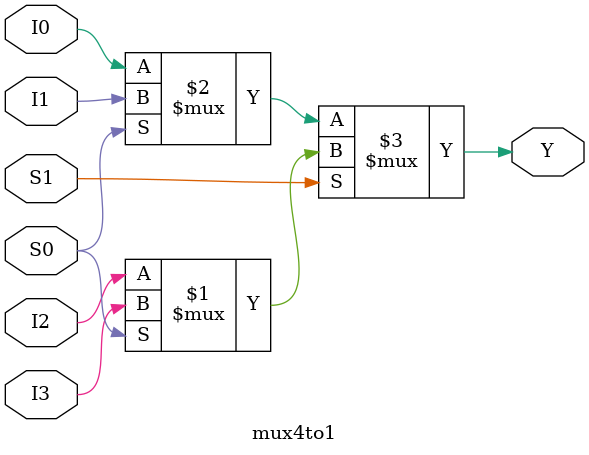
<source format=v>
module mux4to1 (
    input I0,
    input I1,
    input I2,
    input I3,
    input S0,
    input S1,
    output Y
);
    assign Y = (S1 ? (S0 ? I3 : I2) : (S0 ? I1 : I0));
endmodule
</source>
